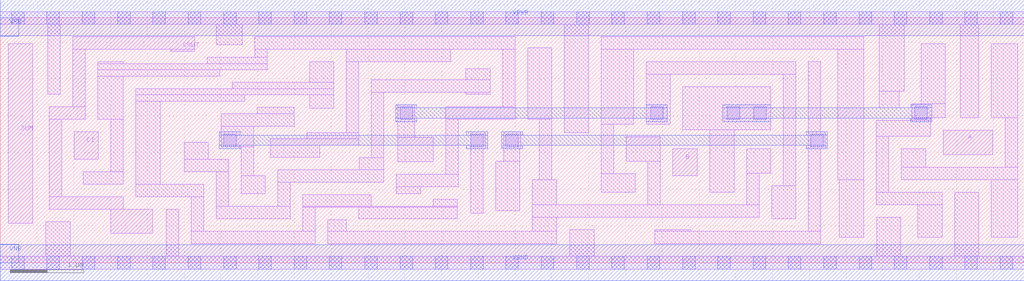
<source format=lef>
# Copyright 2020 The SkyWater PDK Authors
#
# Licensed under the Apache License, Version 2.0 (the "License");
# you may not use this file except in compliance with the License.
# You may obtain a copy of the License at
#
#     https://www.apache.org/licenses/LICENSE-2.0
#
# Unless required by applicable law or agreed to in writing, software
# distributed under the License is distributed on an "AS IS" BASIS,
# WITHOUT WARRANTIES OR CONDITIONS OF ANY KIND, either express or implied.
# See the License for the specific language governing permissions and
# limitations under the License.
#
# SPDX-License-Identifier: Apache-2.0

VERSION 5.5 ;
NAMESCASESENSITIVE ON ;
BUSBITCHARS "[]" ;
DIVIDERCHAR "/" ;
MACRO sky130_fd_sc_ms__fah_1
  CLASS CORE ;
  SOURCE USER ;
  ORIGIN  0.000000  0.000000 ;
  SIZE  13.92000 BY  3.330000 ;
  SYMMETRY X Y ;
  SITE unit ;
  PIN A
    ANTENNAPARTIALMETALSIDEAREA  0.132000 ;
    DIRECTION INPUT ;
    USE SIGNAL ;
    PORT
      LAYER li1 ;
        RECT 12.820000 1.470000 13.490000 1.800000 ;
    END
  END A
  PIN B
    ANTENNAPARTIALMETALSIDEAREA  0.072000 ;
    DIRECTION INPUT ;
    USE SIGNAL ;
    PORT
      LAYER li1 ;
        RECT 9.145000 1.180000 9.475000 1.550000 ;
    END
  END B
  PIN CI
    ANTENNAPARTIALMETALSIDEAREA  0.072000 ;
    DIRECTION INPUT ;
    USE SIGNAL ;
    PORT
      LAYER li1 ;
        RECT 1.005000 1.410000 1.335000 1.780000 ;
    END
  END CI
  PIN COUT
    ANTENNADIFFAREA  0.674850 ;
    ANTENNAPARTIALMETALSIDEAREA  1.117000 ;
    DIRECTION OUTPUT ;
    USE SIGNAL ;
    PORT
      LAYER li1 ;
        RECT 0.665000 0.730000 1.675000 0.900000 ;
        RECT 0.665000 0.900000 0.835000 1.950000 ;
        RECT 0.665000 1.950000 1.155000 2.120000 ;
        RECT 0.985000 2.120000 1.155000 2.905000 ;
        RECT 0.985000 2.905000 2.645000 3.075000 ;
        RECT 1.505000 0.400000 2.075000 0.730000 ;
        RECT 2.315000 2.875000 2.645000 2.905000 ;
    END
  END COUT
  PIN SUM
    ANTENNADIFFAREA  0.537600 ;
    ANTENNAPARTIALMETALSIDEAREA  0.215000 ;
    DIRECTION OUTPUT ;
    USE SIGNAL ;
    PORT
      LAYER li1 ;
        RECT 0.110000 0.540000 0.445000 2.980000 ;
    END
  END SUM
  PIN VGND
    DIRECTION INOUT ;
    USE GROUND ;
    PORT
      LAYER met1 ;
        RECT 0.000000 -0.245000 13.920000 0.245000 ;
    END
  END VGND
  PIN VNB
    DIRECTION INOUT ;
    USE GROUND ;
    PORT
      LAYER met1 ;
        RECT 0.000000 0.000000 0.250000 0.250000 ;
    END
  END VNB
  PIN VPB
    DIRECTION INOUT ;
    USE POWER ;
    PORT
      LAYER met1 ;
        RECT 0.000000 3.080000 0.250000 3.330000 ;
    END
  END VPB
  PIN VPWR
    DIRECTION INOUT ;
    USE POWER ;
    PORT
      LAYER met1 ;
        RECT 0.000000 3.085000 13.920000 3.575000 ;
    END
  END VPWR
  OBS
    LAYER li1 ;
      RECT  0.000000 -0.085000 13.920000 0.085000 ;
      RECT  0.000000  3.245000 13.920000 3.415000 ;
      RECT  0.620000  0.085000  0.950000 0.560000 ;
      RECT  0.645000  2.290000  0.815000 3.245000 ;
      RECT  1.130000  1.070000  1.675000 1.240000 ;
      RECT  1.325000  1.950000  1.675000 2.535000 ;
      RECT  1.325000  2.535000  2.985000 2.625000 ;
      RECT  1.325000  2.625000  3.630000 2.705000 ;
      RECT  1.325000  2.705000  1.675000 2.735000 ;
      RECT  1.505000  1.240000  1.675000 1.950000 ;
      RECT  1.845000  0.900000  2.765000 1.070000 ;
      RECT  1.845000  1.070000  2.175000 2.195000 ;
      RECT  1.845000  2.195000  3.325000 2.285000 ;
      RECT  1.845000  2.285000  4.535000 2.365000 ;
      RECT  2.255000  0.085000  2.425000 0.730000 ;
      RECT  2.500000  1.240000  3.105000 1.410000 ;
      RECT  2.500000  1.410000  2.830000 1.635000 ;
      RECT  2.595000  0.255000  4.285000 0.425000 ;
      RECT  2.595000  0.425000  2.765000 0.900000 ;
      RECT  2.815000  2.705000  3.630000 2.795000 ;
      RECT  2.935000  0.595000  3.945000 0.765000 ;
      RECT  2.935000  0.765000  3.105000 1.240000 ;
      RECT  2.935000  2.965000  3.290000 3.245000 ;
      RECT  3.005000  1.580000  3.445000 1.855000 ;
      RECT  3.005000  1.855000  4.000000 2.025000 ;
      RECT  3.155000  2.365000  4.535000 2.455000 ;
      RECT  3.275000  0.935000  3.605000 1.185000 ;
      RECT  3.275000  1.185000  3.445000 1.580000 ;
      RECT  3.460000  2.795000  3.630000 2.905000 ;
      RECT  3.460000  2.905000  7.000000 3.075000 ;
      RECT  3.495000  2.025000  4.000000 2.115000 ;
      RECT  3.670000  1.435000  4.340000 1.595000 ;
      RECT  3.670000  1.595000  4.875000 1.685000 ;
      RECT  3.775000  0.765000  3.945000 1.095000 ;
      RECT  3.775000  1.095000  5.215000 1.265000 ;
      RECT  4.115000  0.425000  4.285000 0.755000 ;
      RECT  4.115000  0.755000  6.215000 0.765000 ;
      RECT  4.115000  0.765000  5.045000 0.925000 ;
      RECT  4.170000  1.685000  4.875000 1.765000 ;
      RECT  4.205000  2.100000  4.535000 2.285000 ;
      RECT  4.205000  2.455000  4.535000 2.735000 ;
      RECT  4.455000  0.255000  7.565000 0.425000 ;
      RECT  4.455000  0.425000  4.705000 0.585000 ;
      RECT  4.705000  1.765000  4.875000 2.730000 ;
      RECT  4.705000  2.730000  6.125000 2.905000 ;
      RECT  4.875000  0.595000  6.215000 0.755000 ;
      RECT  4.880000  1.265000  5.215000 1.425000 ;
      RECT  5.045000  1.425000  5.215000 2.320000 ;
      RECT  5.045000  2.320000  6.660000 2.490000 ;
      RECT  5.385000  0.935000  5.715000 1.035000 ;
      RECT  5.385000  1.035000  6.225000 1.205000 ;
      RECT  5.405000  1.375000  5.885000 1.705000 ;
      RECT  5.405000  1.705000  5.635000 2.150000 ;
      RECT  5.885000  0.765000  6.215000 0.865000 ;
      RECT  6.055000  1.205000  6.225000 1.950000 ;
      RECT  6.055000  1.950000  7.000000 2.120000 ;
      RECT  6.330000  2.290000  6.660000 2.320000 ;
      RECT  6.330000  2.490000  6.660000 2.640000 ;
      RECT  6.395000  0.670000  6.565000 1.550000 ;
      RECT  6.395000  1.550000  6.595000 1.780000 ;
      RECT  6.735000  0.710000  7.065000 1.380000 ;
      RECT  6.830000  2.120000  7.000000 2.905000 ;
      RECT  6.845000  1.380000  7.065000 1.550000 ;
      RECT  6.845000  1.550000  7.075000 1.780000 ;
      RECT  7.170000  1.950000  7.500000 2.925000 ;
      RECT  7.235000  0.425000  7.565000 0.620000 ;
      RECT  7.235000  0.620000 10.315000 0.790000 ;
      RECT  7.235000  0.790000  7.565000 1.130000 ;
      RECT  7.330000  1.130000  7.500000 1.950000 ;
      RECT  7.670000  1.765000  8.000000 3.245000 ;
      RECT  7.745000  0.085000  8.075000 0.450000 ;
      RECT  8.170000  0.960000  8.635000 1.210000 ;
      RECT  8.170000  1.210000  8.340000 1.880000 ;
      RECT  8.170000  1.880000  8.610000 2.905000 ;
      RECT  8.170000  2.905000 11.740000 3.075000 ;
      RECT  8.510000  1.380000  8.975000 1.710000 ;
      RECT  8.780000  1.880000  9.110000 2.565000 ;
      RECT  8.780000  2.565000 10.815000 2.735000 ;
      RECT  8.805000  0.790000  8.975000 1.380000 ;
      RECT  8.895000  0.255000 11.155000 0.425000 ;
      RECT  8.895000  0.425000  9.385000 0.450000 ;
      RECT  9.280000  1.805000 10.475000 2.395000 ;
      RECT  9.645000  0.960000  9.975000 1.805000 ;
      RECT 10.145000  0.790000 10.315000 1.220000 ;
      RECT 10.145000  1.220000 10.475000 1.550000 ;
      RECT 10.485000  0.595000 10.815000 1.050000 ;
      RECT 10.645000  1.050000 10.815000 2.565000 ;
      RECT 10.985000  0.425000 11.155000 1.550000 ;
      RECT 10.985000  1.550000 11.215000 1.780000 ;
      RECT 10.985000  1.780000 11.155000 2.735000 ;
      RECT 11.385000  1.130000 11.740000 2.905000 ;
      RECT 11.405000  0.350000 11.740000 1.130000 ;
      RECT 11.910000  0.790000 12.805000 0.960000 ;
      RECT 11.910000  0.960000 12.080000 1.720000 ;
      RECT 11.910000  1.720000 12.650000 1.940000 ;
      RECT 11.915000  0.085000 12.245000 0.620000 ;
      RECT 11.950000  2.110000 12.220000 2.330000 ;
      RECT 11.950000  2.330000 12.290000 3.245000 ;
      RECT 12.250000  1.130000 13.830000 1.300000 ;
      RECT 12.250000  1.300000 12.580000 1.550000 ;
      RECT 12.390000  1.940000 12.650000 1.970000 ;
      RECT 12.390000  1.970000 12.850000 2.160000 ;
      RECT 12.475000  0.350000 12.805000 0.790000 ;
      RECT 12.520000  2.160000 12.850000 2.980000 ;
      RECT 12.975000  0.085000 13.305000 0.960000 ;
      RECT 13.050000  1.970000 13.300000 3.245000 ;
      RECT 13.470000  1.970000 13.830000 2.980000 ;
      RECT 13.475000  0.350000 13.830000 1.130000 ;
      RECT 13.660000  1.300000 13.830000 1.970000 ;
    LAYER mcon ;
      RECT  0.155000 -0.085000  0.325000 0.085000 ;
      RECT  0.155000  3.245000  0.325000 3.415000 ;
      RECT  0.635000 -0.085000  0.805000 0.085000 ;
      RECT  0.635000  3.245000  0.805000 3.415000 ;
      RECT  1.115000 -0.085000  1.285000 0.085000 ;
      RECT  1.115000  3.245000  1.285000 3.415000 ;
      RECT  1.595000 -0.085000  1.765000 0.085000 ;
      RECT  1.595000  3.245000  1.765000 3.415000 ;
      RECT  2.075000 -0.085000  2.245000 0.085000 ;
      RECT  2.075000  3.245000  2.245000 3.415000 ;
      RECT  2.555000 -0.085000  2.725000 0.085000 ;
      RECT  2.555000  3.245000  2.725000 3.415000 ;
      RECT  3.035000 -0.085000  3.205000 0.085000 ;
      RECT  3.035000  1.580000  3.205000 1.750000 ;
      RECT  3.035000  3.245000  3.205000 3.415000 ;
      RECT  3.515000 -0.085000  3.685000 0.085000 ;
      RECT  3.515000  3.245000  3.685000 3.415000 ;
      RECT  3.995000 -0.085000  4.165000 0.085000 ;
      RECT  3.995000  3.245000  4.165000 3.415000 ;
      RECT  4.475000 -0.085000  4.645000 0.085000 ;
      RECT  4.475000  3.245000  4.645000 3.415000 ;
      RECT  4.955000 -0.085000  5.125000 0.085000 ;
      RECT  4.955000  3.245000  5.125000 3.415000 ;
      RECT  5.435000 -0.085000  5.605000 0.085000 ;
      RECT  5.435000  1.950000  5.605000 2.120000 ;
      RECT  5.435000  3.245000  5.605000 3.415000 ;
      RECT  5.915000 -0.085000  6.085000 0.085000 ;
      RECT  5.915000  3.245000  6.085000 3.415000 ;
      RECT  6.395000 -0.085000  6.565000 0.085000 ;
      RECT  6.395000  1.580000  6.565000 1.750000 ;
      RECT  6.395000  3.245000  6.565000 3.415000 ;
      RECT  6.875000 -0.085000  7.045000 0.085000 ;
      RECT  6.875000  1.580000  7.045000 1.750000 ;
      RECT  6.875000  3.245000  7.045000 3.415000 ;
      RECT  7.355000 -0.085000  7.525000 0.085000 ;
      RECT  7.355000  3.245000  7.525000 3.415000 ;
      RECT  7.835000 -0.085000  8.005000 0.085000 ;
      RECT  7.835000  3.245000  8.005000 3.415000 ;
      RECT  8.315000 -0.085000  8.485000 0.085000 ;
      RECT  8.315000  3.245000  8.485000 3.415000 ;
      RECT  8.795000 -0.085000  8.965000 0.085000 ;
      RECT  8.795000  3.245000  8.965000 3.415000 ;
      RECT  8.840000  1.950000  9.010000 2.120000 ;
      RECT  9.275000 -0.085000  9.445000 0.085000 ;
      RECT  9.275000  3.245000  9.445000 3.415000 ;
      RECT  9.755000 -0.085000  9.925000 0.085000 ;
      RECT  9.755000  3.245000  9.925000 3.415000 ;
      RECT  9.885000  1.950000 10.055000 2.120000 ;
      RECT 10.235000 -0.085000 10.405000 0.085000 ;
      RECT 10.235000  3.245000 10.405000 3.415000 ;
      RECT 10.245000  1.950000 10.415000 2.120000 ;
      RECT 10.715000 -0.085000 10.885000 0.085000 ;
      RECT 10.715000  3.245000 10.885000 3.415000 ;
      RECT 11.015000  1.580000 11.185000 1.750000 ;
      RECT 11.195000 -0.085000 11.365000 0.085000 ;
      RECT 11.195000  3.245000 11.365000 3.415000 ;
      RECT 11.675000 -0.085000 11.845000 0.085000 ;
      RECT 11.675000  3.245000 11.845000 3.415000 ;
      RECT 12.155000 -0.085000 12.325000 0.085000 ;
      RECT 12.155000  3.245000 12.325000 3.415000 ;
      RECT 12.435000  1.950000 12.605000 2.120000 ;
      RECT 12.635000 -0.085000 12.805000 0.085000 ;
      RECT 12.635000  3.245000 12.805000 3.415000 ;
      RECT 13.115000 -0.085000 13.285000 0.085000 ;
      RECT 13.115000  3.245000 13.285000 3.415000 ;
      RECT 13.595000 -0.085000 13.765000 0.085000 ;
      RECT 13.595000  3.245000 13.765000 3.415000 ;
    LAYER met1 ;
      RECT  2.975000 1.550000  3.265000 1.595000 ;
      RECT  2.975000 1.595000  6.625000 1.735000 ;
      RECT  2.975000 1.735000  3.265000 1.780000 ;
      RECT  5.375000 1.920000  5.665000 1.965000 ;
      RECT  5.375000 1.965000  9.070000 2.105000 ;
      RECT  5.375000 2.105000  5.665000 2.150000 ;
      RECT  6.335000 1.550000  6.625000 1.595000 ;
      RECT  6.335000 1.735000  6.625000 1.780000 ;
      RECT  6.815000 1.550000  7.105000 1.595000 ;
      RECT  6.815000 1.595000 11.245000 1.735000 ;
      RECT  6.815000 1.735000  7.105000 1.780000 ;
      RECT  8.780000 1.920000  9.070000 1.965000 ;
      RECT  8.780000 2.105000  9.070000 2.150000 ;
      RECT  9.825000 1.920000 10.475000 1.965000 ;
      RECT  9.825000 1.965000 12.665000 2.105000 ;
      RECT  9.825000 2.105000 10.475000 2.150000 ;
      RECT 10.955000 1.550000 11.245000 1.595000 ;
      RECT 10.955000 1.735000 11.245000 1.780000 ;
      RECT 12.375000 1.920000 12.665000 1.965000 ;
      RECT 12.375000 2.105000 12.665000 2.150000 ;
  END
END sky130_fd_sc_ms__fah_1
END LIBRARY

</source>
